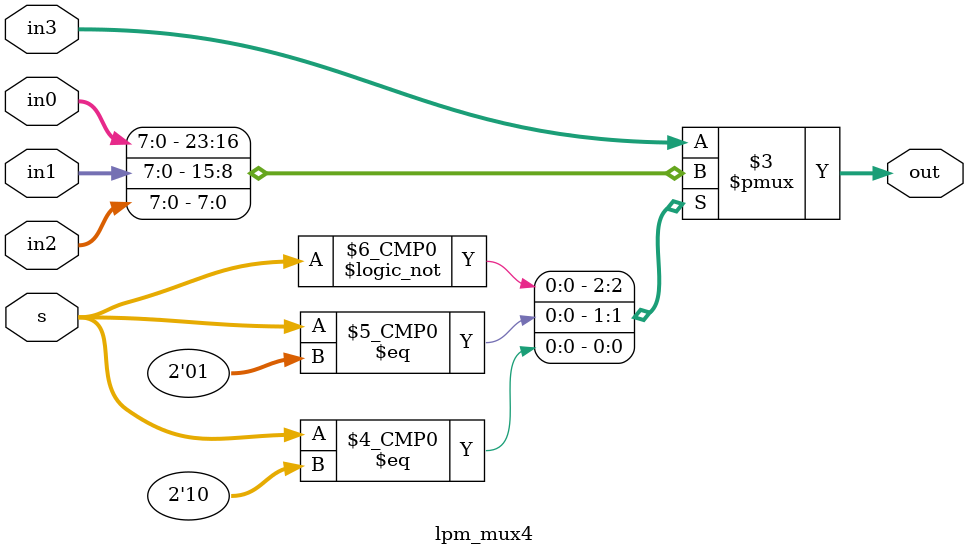
<source format=v>

module lpm_mux4
(
	in0,
	in1,
	in2,
	in3,
	s,
	out
);

parameter WIDTH = 8;

input		wire		[WIDTH-1:0]		in0;
input		wire		[WIDTH-1:0]		in1;
input		wire		[WIDTH-1:0]		in2;
input		wire		[WIDTH-1:0]		in3;
input		wire		[1:0]				s;
output	reg 		[WIDTH-1:0] 	out;

always @(in0 or in1 or in2 or in3 or s)
begin
	case (s)
		0: out = in0;
		1: out = in1;
		2: out = in2;
		default: out = in3;
	endcase
end

endmodule

</source>
